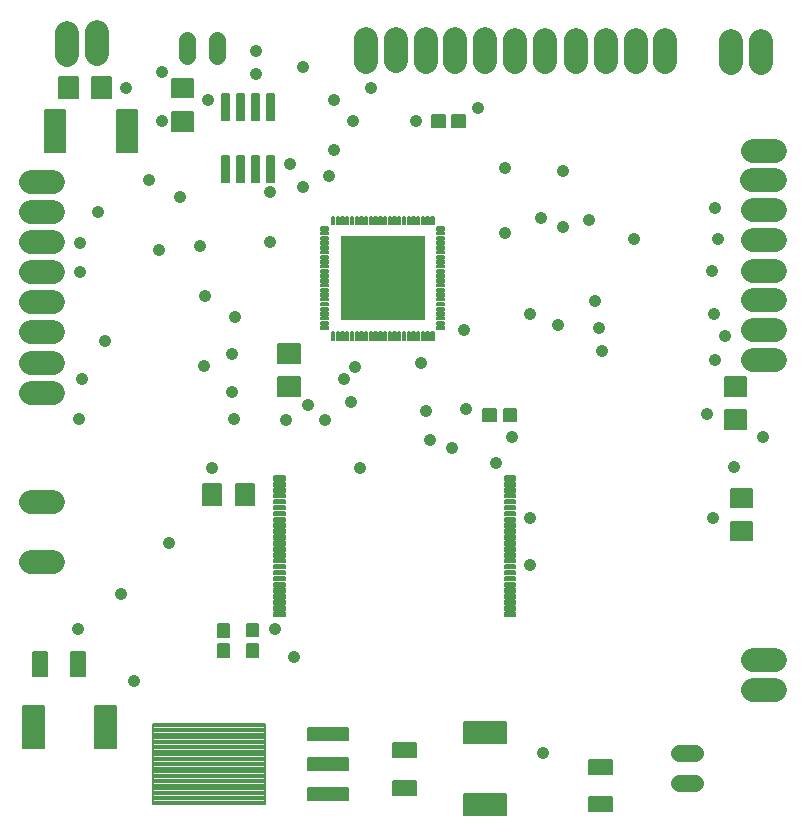
<source format=gts>
G75*
G70*
%OFA0B0*%
%FSLAX24Y24*%
%IPPOS*%
%LPD*%
%AMOC8*
5,1,8,0,0,1.08239X$1,22.5*
%
%ADD10C,0.0059*%
%ADD11R,0.2815X0.2815*%
%ADD12C,0.0062*%
%ADD13C,0.0064*%
%ADD14C,0.0063*%
%ADD15C,0.0061*%
%ADD16C,0.0060*%
%ADD17C,0.0082*%
%ADD18C,0.0577*%
%ADD19C,0.0799*%
%ADD20C,0.0060*%
%ADD21C,0.0413*%
D10*
X011535Y017474D02*
X011615Y017474D01*
X011615Y017238D01*
X011535Y017238D01*
X011535Y017474D01*
X011535Y017296D02*
X011615Y017296D01*
X011615Y017354D02*
X011535Y017354D01*
X011535Y017412D02*
X011615Y017412D01*
X011615Y017470D02*
X011535Y017470D01*
X011692Y017474D02*
X011772Y017474D01*
X011772Y017238D01*
X011692Y017238D01*
X011692Y017474D01*
X011692Y017296D02*
X011772Y017296D01*
X011772Y017354D02*
X011692Y017354D01*
X011692Y017412D02*
X011772Y017412D01*
X011772Y017470D02*
X011692Y017470D01*
X011850Y017474D02*
X011930Y017474D01*
X011930Y017238D01*
X011850Y017238D01*
X011850Y017474D01*
X011850Y017296D02*
X011930Y017296D01*
X011930Y017354D02*
X011850Y017354D01*
X011850Y017412D02*
X011930Y017412D01*
X011930Y017470D02*
X011850Y017470D01*
X012007Y017474D02*
X012087Y017474D01*
X012087Y017238D01*
X012007Y017238D01*
X012007Y017474D01*
X012007Y017296D02*
X012087Y017296D01*
X012087Y017354D02*
X012007Y017354D01*
X012007Y017412D02*
X012087Y017412D01*
X012087Y017470D02*
X012007Y017470D01*
X012165Y017474D02*
X012245Y017474D01*
X012245Y017238D01*
X012165Y017238D01*
X012165Y017474D01*
X012165Y017296D02*
X012245Y017296D01*
X012245Y017354D02*
X012165Y017354D01*
X012165Y017412D02*
X012245Y017412D01*
X012245Y017470D02*
X012165Y017470D01*
X012322Y017474D02*
X012402Y017474D01*
X012402Y017238D01*
X012322Y017238D01*
X012322Y017474D01*
X012322Y017296D02*
X012402Y017296D01*
X012402Y017354D02*
X012322Y017354D01*
X012322Y017412D02*
X012402Y017412D01*
X012402Y017470D02*
X012322Y017470D01*
X012480Y017474D02*
X012560Y017474D01*
X012560Y017238D01*
X012480Y017238D01*
X012480Y017474D01*
X012480Y017296D02*
X012560Y017296D01*
X012560Y017354D02*
X012480Y017354D01*
X012480Y017412D02*
X012560Y017412D01*
X012560Y017470D02*
X012480Y017470D01*
X012637Y017474D02*
X012717Y017474D01*
X012717Y017238D01*
X012637Y017238D01*
X012637Y017474D01*
X012637Y017296D02*
X012717Y017296D01*
X012717Y017354D02*
X012637Y017354D01*
X012637Y017412D02*
X012717Y017412D01*
X012717Y017470D02*
X012637Y017470D01*
X012795Y017474D02*
X012875Y017474D01*
X012875Y017238D01*
X012795Y017238D01*
X012795Y017474D01*
X012795Y017296D02*
X012875Y017296D01*
X012875Y017354D02*
X012795Y017354D01*
X012795Y017412D02*
X012875Y017412D01*
X012875Y017470D02*
X012795Y017470D01*
X012952Y017474D02*
X013032Y017474D01*
X013032Y017238D01*
X012952Y017238D01*
X012952Y017474D01*
X012952Y017296D02*
X013032Y017296D01*
X013032Y017354D02*
X012952Y017354D01*
X012952Y017412D02*
X013032Y017412D01*
X013032Y017470D02*
X012952Y017470D01*
X013110Y017474D02*
X013190Y017474D01*
X013190Y017238D01*
X013110Y017238D01*
X013110Y017474D01*
X013110Y017296D02*
X013190Y017296D01*
X013190Y017354D02*
X013110Y017354D01*
X013110Y017412D02*
X013190Y017412D01*
X013190Y017470D02*
X013110Y017470D01*
X013267Y017474D02*
X013347Y017474D01*
X013347Y017238D01*
X013267Y017238D01*
X013267Y017474D01*
X013267Y017296D02*
X013347Y017296D01*
X013347Y017354D02*
X013267Y017354D01*
X013267Y017412D02*
X013347Y017412D01*
X013347Y017470D02*
X013267Y017470D01*
X013425Y017474D02*
X013505Y017474D01*
X013505Y017238D01*
X013425Y017238D01*
X013425Y017474D01*
X013425Y017296D02*
X013505Y017296D01*
X013505Y017354D02*
X013425Y017354D01*
X013425Y017412D02*
X013505Y017412D01*
X013505Y017470D02*
X013425Y017470D01*
X013582Y017474D02*
X013662Y017474D01*
X013662Y017238D01*
X013582Y017238D01*
X013582Y017474D01*
X013582Y017296D02*
X013662Y017296D01*
X013662Y017354D02*
X013582Y017354D01*
X013582Y017412D02*
X013662Y017412D01*
X013662Y017470D02*
X013582Y017470D01*
X013740Y017474D02*
X013820Y017474D01*
X013820Y017238D01*
X013740Y017238D01*
X013740Y017474D01*
X013740Y017296D02*
X013820Y017296D01*
X013820Y017354D02*
X013740Y017354D01*
X013740Y017412D02*
X013820Y017412D01*
X013820Y017470D02*
X013740Y017470D01*
X013897Y017474D02*
X013977Y017474D01*
X013977Y017238D01*
X013897Y017238D01*
X013897Y017474D01*
X013897Y017296D02*
X013977Y017296D01*
X013977Y017354D02*
X013897Y017354D01*
X013897Y017412D02*
X013977Y017412D01*
X013977Y017470D02*
X013897Y017470D01*
X014055Y017474D02*
X014135Y017474D01*
X014135Y017238D01*
X014055Y017238D01*
X014055Y017474D01*
X014055Y017296D02*
X014135Y017296D01*
X014135Y017354D02*
X014055Y017354D01*
X014055Y017412D02*
X014135Y017412D01*
X014135Y017470D02*
X014055Y017470D01*
X014212Y017474D02*
X014292Y017474D01*
X014292Y017238D01*
X014212Y017238D01*
X014212Y017474D01*
X014212Y017296D02*
X014292Y017296D01*
X014292Y017354D02*
X014212Y017354D01*
X014212Y017412D02*
X014292Y017412D01*
X014292Y017470D02*
X014212Y017470D01*
X014370Y017474D02*
X014450Y017474D01*
X014450Y017238D01*
X014370Y017238D01*
X014370Y017474D01*
X014370Y017296D02*
X014450Y017296D01*
X014450Y017354D02*
X014370Y017354D01*
X014370Y017412D02*
X014450Y017412D01*
X014450Y017470D02*
X014370Y017470D01*
X014527Y017474D02*
X014607Y017474D01*
X014607Y017238D01*
X014527Y017238D01*
X014527Y017474D01*
X014527Y017296D02*
X014607Y017296D01*
X014607Y017354D02*
X014527Y017354D01*
X014527Y017412D02*
X014607Y017412D01*
X014607Y017470D02*
X014527Y017470D01*
X014684Y017474D02*
X014764Y017474D01*
X014764Y017238D01*
X014684Y017238D01*
X014684Y017474D01*
X014684Y017296D02*
X014764Y017296D01*
X014764Y017354D02*
X014684Y017354D01*
X014684Y017412D02*
X014764Y017412D01*
X014764Y017470D02*
X014684Y017470D01*
X014842Y017474D02*
X014922Y017474D01*
X014922Y017238D01*
X014842Y017238D01*
X014842Y017474D01*
X014842Y017296D02*
X014922Y017296D01*
X014922Y017354D02*
X014842Y017354D01*
X014842Y017412D02*
X014922Y017412D01*
X014922Y017470D02*
X014842Y017470D01*
X015043Y017595D02*
X015043Y017675D01*
X015279Y017675D01*
X015279Y017595D01*
X015043Y017595D01*
X015043Y017653D02*
X015279Y017653D01*
X015043Y017753D02*
X015043Y017833D01*
X015279Y017833D01*
X015279Y017753D01*
X015043Y017753D01*
X015043Y017811D02*
X015279Y017811D01*
X015043Y017910D02*
X015043Y017990D01*
X015279Y017990D01*
X015279Y017910D01*
X015043Y017910D01*
X015043Y017968D02*
X015279Y017968D01*
X015043Y018068D02*
X015043Y018148D01*
X015279Y018148D01*
X015279Y018068D01*
X015043Y018068D01*
X015043Y018126D02*
X015279Y018126D01*
X015043Y018225D02*
X015043Y018305D01*
X015279Y018305D01*
X015279Y018225D01*
X015043Y018225D01*
X015043Y018283D02*
X015279Y018283D01*
X015043Y018383D02*
X015043Y018463D01*
X015279Y018463D01*
X015279Y018383D01*
X015043Y018383D01*
X015043Y018441D02*
X015279Y018441D01*
X015043Y018540D02*
X015043Y018620D01*
X015279Y018620D01*
X015279Y018540D01*
X015043Y018540D01*
X015043Y018598D02*
X015279Y018598D01*
X015043Y018698D02*
X015043Y018778D01*
X015279Y018778D01*
X015279Y018698D01*
X015043Y018698D01*
X015043Y018756D02*
X015279Y018756D01*
X015043Y018855D02*
X015043Y018935D01*
X015279Y018935D01*
X015279Y018855D01*
X015043Y018855D01*
X015043Y018913D02*
X015279Y018913D01*
X015043Y019013D02*
X015043Y019093D01*
X015279Y019093D01*
X015279Y019013D01*
X015043Y019013D01*
X015043Y019071D02*
X015279Y019071D01*
X015043Y019170D02*
X015043Y019250D01*
X015279Y019250D01*
X015279Y019170D01*
X015043Y019170D01*
X015043Y019228D02*
X015279Y019228D01*
X015043Y019328D02*
X015043Y019408D01*
X015279Y019408D01*
X015279Y019328D01*
X015043Y019328D01*
X015043Y019386D02*
X015279Y019386D01*
X015043Y019485D02*
X015043Y019565D01*
X015279Y019565D01*
X015279Y019485D01*
X015043Y019485D01*
X015043Y019543D02*
X015279Y019543D01*
X015043Y019643D02*
X015043Y019723D01*
X015279Y019723D01*
X015279Y019643D01*
X015043Y019643D01*
X015043Y019701D02*
X015279Y019701D01*
X015043Y019800D02*
X015043Y019880D01*
X015279Y019880D01*
X015279Y019800D01*
X015043Y019800D01*
X015043Y019858D02*
X015279Y019858D01*
X015043Y019957D02*
X015043Y020037D01*
X015279Y020037D01*
X015279Y019957D01*
X015043Y019957D01*
X015043Y020015D02*
X015279Y020015D01*
X015043Y020115D02*
X015043Y020195D01*
X015279Y020195D01*
X015279Y020115D01*
X015043Y020115D01*
X015043Y020173D02*
X015279Y020173D01*
X015043Y020272D02*
X015043Y020352D01*
X015279Y020352D01*
X015279Y020272D01*
X015043Y020272D01*
X015043Y020330D02*
X015279Y020330D01*
X015043Y020430D02*
X015043Y020510D01*
X015279Y020510D01*
X015279Y020430D01*
X015043Y020430D01*
X015043Y020488D02*
X015279Y020488D01*
X015043Y020587D02*
X015043Y020667D01*
X015279Y020667D01*
X015279Y020587D01*
X015043Y020587D01*
X015043Y020645D02*
X015279Y020645D01*
X015043Y020745D02*
X015043Y020825D01*
X015279Y020825D01*
X015279Y020745D01*
X015043Y020745D01*
X015043Y020803D02*
X015279Y020803D01*
X015043Y020902D02*
X015043Y020982D01*
X015279Y020982D01*
X015279Y020902D01*
X015043Y020902D01*
X015043Y020960D02*
X015279Y020960D01*
X014922Y021332D02*
X014842Y021332D01*
X014922Y021332D02*
X014922Y021096D01*
X014842Y021096D01*
X014842Y021332D01*
X014842Y021154D02*
X014922Y021154D01*
X014922Y021212D02*
X014842Y021212D01*
X014842Y021270D02*
X014922Y021270D01*
X014922Y021328D02*
X014842Y021328D01*
X014764Y021332D02*
X014684Y021332D01*
X014764Y021332D02*
X014764Y021096D01*
X014684Y021096D01*
X014684Y021332D01*
X014684Y021154D02*
X014764Y021154D01*
X014764Y021212D02*
X014684Y021212D01*
X014684Y021270D02*
X014764Y021270D01*
X014764Y021328D02*
X014684Y021328D01*
X014607Y021332D02*
X014527Y021332D01*
X014607Y021332D02*
X014607Y021096D01*
X014527Y021096D01*
X014527Y021332D01*
X014527Y021154D02*
X014607Y021154D01*
X014607Y021212D02*
X014527Y021212D01*
X014527Y021270D02*
X014607Y021270D01*
X014607Y021328D02*
X014527Y021328D01*
X014450Y021332D02*
X014370Y021332D01*
X014450Y021332D02*
X014450Y021096D01*
X014370Y021096D01*
X014370Y021332D01*
X014370Y021154D02*
X014450Y021154D01*
X014450Y021212D02*
X014370Y021212D01*
X014370Y021270D02*
X014450Y021270D01*
X014450Y021328D02*
X014370Y021328D01*
X014292Y021332D02*
X014212Y021332D01*
X014292Y021332D02*
X014292Y021096D01*
X014212Y021096D01*
X014212Y021332D01*
X014212Y021154D02*
X014292Y021154D01*
X014292Y021212D02*
X014212Y021212D01*
X014212Y021270D02*
X014292Y021270D01*
X014292Y021328D02*
X014212Y021328D01*
X014135Y021332D02*
X014055Y021332D01*
X014135Y021332D02*
X014135Y021096D01*
X014055Y021096D01*
X014055Y021332D01*
X014055Y021154D02*
X014135Y021154D01*
X014135Y021212D02*
X014055Y021212D01*
X014055Y021270D02*
X014135Y021270D01*
X014135Y021328D02*
X014055Y021328D01*
X013977Y021332D02*
X013897Y021332D01*
X013977Y021332D02*
X013977Y021096D01*
X013897Y021096D01*
X013897Y021332D01*
X013897Y021154D02*
X013977Y021154D01*
X013977Y021212D02*
X013897Y021212D01*
X013897Y021270D02*
X013977Y021270D01*
X013977Y021328D02*
X013897Y021328D01*
X013820Y021332D02*
X013740Y021332D01*
X013820Y021332D02*
X013820Y021096D01*
X013740Y021096D01*
X013740Y021332D01*
X013740Y021154D02*
X013820Y021154D01*
X013820Y021212D02*
X013740Y021212D01*
X013740Y021270D02*
X013820Y021270D01*
X013820Y021328D02*
X013740Y021328D01*
X013662Y021332D02*
X013582Y021332D01*
X013662Y021332D02*
X013662Y021096D01*
X013582Y021096D01*
X013582Y021332D01*
X013582Y021154D02*
X013662Y021154D01*
X013662Y021212D02*
X013582Y021212D01*
X013582Y021270D02*
X013662Y021270D01*
X013662Y021328D02*
X013582Y021328D01*
X013505Y021332D02*
X013425Y021332D01*
X013505Y021332D02*
X013505Y021096D01*
X013425Y021096D01*
X013425Y021332D01*
X013425Y021154D02*
X013505Y021154D01*
X013505Y021212D02*
X013425Y021212D01*
X013425Y021270D02*
X013505Y021270D01*
X013505Y021328D02*
X013425Y021328D01*
X013347Y021332D02*
X013267Y021332D01*
X013347Y021332D02*
X013347Y021096D01*
X013267Y021096D01*
X013267Y021332D01*
X013267Y021154D02*
X013347Y021154D01*
X013347Y021212D02*
X013267Y021212D01*
X013267Y021270D02*
X013347Y021270D01*
X013347Y021328D02*
X013267Y021328D01*
X013190Y021332D02*
X013110Y021332D01*
X013190Y021332D02*
X013190Y021096D01*
X013110Y021096D01*
X013110Y021332D01*
X013110Y021154D02*
X013190Y021154D01*
X013190Y021212D02*
X013110Y021212D01*
X013110Y021270D02*
X013190Y021270D01*
X013190Y021328D02*
X013110Y021328D01*
X013032Y021332D02*
X012952Y021332D01*
X013032Y021332D02*
X013032Y021096D01*
X012952Y021096D01*
X012952Y021332D01*
X012952Y021154D02*
X013032Y021154D01*
X013032Y021212D02*
X012952Y021212D01*
X012952Y021270D02*
X013032Y021270D01*
X013032Y021328D02*
X012952Y021328D01*
X012875Y021332D02*
X012795Y021332D01*
X012875Y021332D02*
X012875Y021096D01*
X012795Y021096D01*
X012795Y021332D01*
X012795Y021154D02*
X012875Y021154D01*
X012875Y021212D02*
X012795Y021212D01*
X012795Y021270D02*
X012875Y021270D01*
X012875Y021328D02*
X012795Y021328D01*
X012717Y021332D02*
X012637Y021332D01*
X012717Y021332D02*
X012717Y021096D01*
X012637Y021096D01*
X012637Y021332D01*
X012637Y021154D02*
X012717Y021154D01*
X012717Y021212D02*
X012637Y021212D01*
X012637Y021270D02*
X012717Y021270D01*
X012717Y021328D02*
X012637Y021328D01*
X012560Y021332D02*
X012480Y021332D01*
X012560Y021332D02*
X012560Y021096D01*
X012480Y021096D01*
X012480Y021332D01*
X012480Y021154D02*
X012560Y021154D01*
X012560Y021212D02*
X012480Y021212D01*
X012480Y021270D02*
X012560Y021270D01*
X012560Y021328D02*
X012480Y021328D01*
X012402Y021332D02*
X012322Y021332D01*
X012402Y021332D02*
X012402Y021096D01*
X012322Y021096D01*
X012322Y021332D01*
X012322Y021154D02*
X012402Y021154D01*
X012402Y021212D02*
X012322Y021212D01*
X012322Y021270D02*
X012402Y021270D01*
X012402Y021328D02*
X012322Y021328D01*
X012245Y021332D02*
X012165Y021332D01*
X012245Y021332D02*
X012245Y021096D01*
X012165Y021096D01*
X012165Y021332D01*
X012165Y021154D02*
X012245Y021154D01*
X012245Y021212D02*
X012165Y021212D01*
X012165Y021270D02*
X012245Y021270D01*
X012245Y021328D02*
X012165Y021328D01*
X012087Y021332D02*
X012007Y021332D01*
X012087Y021332D02*
X012087Y021096D01*
X012007Y021096D01*
X012007Y021332D01*
X012007Y021154D02*
X012087Y021154D01*
X012087Y021212D02*
X012007Y021212D01*
X012007Y021270D02*
X012087Y021270D01*
X012087Y021328D02*
X012007Y021328D01*
X011930Y021332D02*
X011850Y021332D01*
X011930Y021332D02*
X011930Y021096D01*
X011850Y021096D01*
X011850Y021332D01*
X011850Y021154D02*
X011930Y021154D01*
X011930Y021212D02*
X011850Y021212D01*
X011850Y021270D02*
X011930Y021270D01*
X011930Y021328D02*
X011850Y021328D01*
X011772Y021332D02*
X011692Y021332D01*
X011772Y021332D02*
X011772Y021096D01*
X011692Y021096D01*
X011692Y021332D01*
X011692Y021154D02*
X011772Y021154D01*
X011772Y021212D02*
X011692Y021212D01*
X011692Y021270D02*
X011772Y021270D01*
X011772Y021328D02*
X011692Y021328D01*
X011615Y021332D02*
X011535Y021332D01*
X011615Y021332D02*
X011615Y021096D01*
X011535Y021096D01*
X011535Y021332D01*
X011535Y021154D02*
X011615Y021154D01*
X011615Y021212D02*
X011535Y021212D01*
X011535Y021270D02*
X011615Y021270D01*
X011615Y021328D02*
X011535Y021328D01*
X011413Y020982D02*
X011413Y020902D01*
X011177Y020902D01*
X011177Y020982D01*
X011413Y020982D01*
X011413Y020960D02*
X011177Y020960D01*
X011413Y020825D02*
X011413Y020745D01*
X011177Y020745D01*
X011177Y020825D01*
X011413Y020825D01*
X011413Y020803D02*
X011177Y020803D01*
X011413Y020667D02*
X011413Y020587D01*
X011177Y020587D01*
X011177Y020667D01*
X011413Y020667D01*
X011413Y020645D02*
X011177Y020645D01*
X011413Y020510D02*
X011413Y020430D01*
X011177Y020430D01*
X011177Y020510D01*
X011413Y020510D01*
X011413Y020488D02*
X011177Y020488D01*
X011413Y020352D02*
X011413Y020272D01*
X011177Y020272D01*
X011177Y020352D01*
X011413Y020352D01*
X011413Y020330D02*
X011177Y020330D01*
X011413Y020195D02*
X011413Y020115D01*
X011177Y020115D01*
X011177Y020195D01*
X011413Y020195D01*
X011413Y020173D02*
X011177Y020173D01*
X011413Y020037D02*
X011413Y019957D01*
X011177Y019957D01*
X011177Y020037D01*
X011413Y020037D01*
X011413Y020015D02*
X011177Y020015D01*
X011413Y019880D02*
X011413Y019800D01*
X011177Y019800D01*
X011177Y019880D01*
X011413Y019880D01*
X011413Y019858D02*
X011177Y019858D01*
X011413Y019723D02*
X011413Y019643D01*
X011177Y019643D01*
X011177Y019723D01*
X011413Y019723D01*
X011413Y019701D02*
X011177Y019701D01*
X011413Y019565D02*
X011413Y019485D01*
X011177Y019485D01*
X011177Y019565D01*
X011413Y019565D01*
X011413Y019543D02*
X011177Y019543D01*
X011413Y019408D02*
X011413Y019328D01*
X011177Y019328D01*
X011177Y019408D01*
X011413Y019408D01*
X011413Y019386D02*
X011177Y019386D01*
X011413Y019250D02*
X011413Y019170D01*
X011177Y019170D01*
X011177Y019250D01*
X011413Y019250D01*
X011413Y019228D02*
X011177Y019228D01*
X011413Y019093D02*
X011413Y019013D01*
X011177Y019013D01*
X011177Y019093D01*
X011413Y019093D01*
X011413Y019071D02*
X011177Y019071D01*
X011413Y018935D02*
X011413Y018855D01*
X011177Y018855D01*
X011177Y018935D01*
X011413Y018935D01*
X011413Y018913D02*
X011177Y018913D01*
X011413Y018778D02*
X011413Y018698D01*
X011177Y018698D01*
X011177Y018778D01*
X011413Y018778D01*
X011413Y018756D02*
X011177Y018756D01*
X011413Y018620D02*
X011413Y018540D01*
X011177Y018540D01*
X011177Y018620D01*
X011413Y018620D01*
X011413Y018598D02*
X011177Y018598D01*
X011413Y018463D02*
X011413Y018383D01*
X011177Y018383D01*
X011177Y018463D01*
X011413Y018463D01*
X011413Y018441D02*
X011177Y018441D01*
X011413Y018305D02*
X011413Y018225D01*
X011177Y018225D01*
X011177Y018305D01*
X011413Y018305D01*
X011413Y018283D02*
X011177Y018283D01*
X011413Y018148D02*
X011413Y018068D01*
X011177Y018068D01*
X011177Y018148D01*
X011413Y018148D01*
X011413Y018126D02*
X011177Y018126D01*
X011413Y017990D02*
X011413Y017910D01*
X011177Y017910D01*
X011177Y017990D01*
X011413Y017990D01*
X011413Y017968D02*
X011177Y017968D01*
X011413Y017833D02*
X011413Y017753D01*
X011177Y017753D01*
X011177Y017833D01*
X011413Y017833D01*
X011413Y017811D02*
X011177Y017811D01*
X011413Y017675D02*
X011413Y017595D01*
X011177Y017595D01*
X011177Y017675D01*
X011413Y017675D01*
X011413Y017653D02*
X011177Y017653D01*
D11*
X013228Y019289D03*
D12*
X010457Y017082D02*
X010457Y016456D01*
X009751Y016456D01*
X009751Y017082D01*
X010457Y017082D01*
X010457Y016517D02*
X009751Y016517D01*
X009751Y016578D02*
X010457Y016578D01*
X010457Y016639D02*
X009751Y016639D01*
X009751Y016700D02*
X010457Y016700D01*
X010457Y016761D02*
X009751Y016761D01*
X009751Y016822D02*
X010457Y016822D01*
X010457Y016883D02*
X009751Y016883D01*
X009751Y016944D02*
X010457Y016944D01*
X010457Y017005D02*
X009751Y017005D01*
X009751Y017066D02*
X010457Y017066D01*
X010457Y015980D02*
X010457Y015354D01*
X009751Y015354D01*
X009751Y015980D01*
X010457Y015980D01*
X010457Y015415D02*
X009751Y015415D01*
X009751Y015476D02*
X010457Y015476D01*
X010457Y015537D02*
X009751Y015537D01*
X009751Y015598D02*
X010457Y015598D01*
X010457Y015659D02*
X009751Y015659D01*
X009751Y015720D02*
X010457Y015720D01*
X010457Y015781D02*
X009751Y015781D01*
X009751Y015842D02*
X010457Y015842D01*
X010457Y015903D02*
X009751Y015903D01*
X009751Y015964D02*
X010457Y015964D01*
X008949Y012433D02*
X008323Y012433D01*
X008949Y012433D02*
X008949Y011727D01*
X008323Y011727D01*
X008323Y012433D01*
X008323Y011788D02*
X008949Y011788D01*
X008949Y011849D02*
X008323Y011849D01*
X008323Y011910D02*
X008949Y011910D01*
X008949Y011971D02*
X008323Y011971D01*
X008323Y012032D02*
X008949Y012032D01*
X008949Y012093D02*
X008323Y012093D01*
X008323Y012154D02*
X008949Y012154D01*
X008949Y012215D02*
X008323Y012215D01*
X008323Y012276D02*
X008949Y012276D01*
X008949Y012337D02*
X008323Y012337D01*
X008323Y012398D02*
X008949Y012398D01*
X007847Y012433D02*
X007221Y012433D01*
X007847Y012433D02*
X007847Y011727D01*
X007221Y011727D01*
X007221Y012433D01*
X007221Y011788D02*
X007847Y011788D01*
X007847Y011849D02*
X007221Y011849D01*
X007221Y011910D02*
X007847Y011910D01*
X007847Y011971D02*
X007221Y011971D01*
X007221Y012032D02*
X007847Y012032D01*
X007847Y012093D02*
X007221Y012093D01*
X007221Y012154D02*
X007847Y012154D01*
X007847Y012215D02*
X007221Y012215D01*
X007221Y012276D02*
X007847Y012276D01*
X007847Y012337D02*
X007221Y012337D01*
X007221Y012398D02*
X007847Y012398D01*
X006212Y024204D02*
X006212Y024830D01*
X006918Y024830D01*
X006918Y024204D01*
X006212Y024204D01*
X006212Y024265D02*
X006918Y024265D01*
X006918Y024326D02*
X006212Y024326D01*
X006212Y024387D02*
X006918Y024387D01*
X006918Y024448D02*
X006212Y024448D01*
X006212Y024509D02*
X006918Y024509D01*
X006918Y024570D02*
X006212Y024570D01*
X006212Y024631D02*
X006918Y024631D01*
X006918Y024692D02*
X006212Y024692D01*
X006212Y024753D02*
X006918Y024753D01*
X006918Y024814D02*
X006212Y024814D01*
X006212Y025307D02*
X006212Y025933D01*
X006918Y025933D01*
X006918Y025307D01*
X006212Y025307D01*
X006212Y025368D02*
X006918Y025368D01*
X006918Y025429D02*
X006212Y025429D01*
X006212Y025490D02*
X006918Y025490D01*
X006918Y025551D02*
X006212Y025551D01*
X006212Y025612D02*
X006918Y025612D01*
X006918Y025673D02*
X006212Y025673D01*
X006212Y025734D02*
X006918Y025734D01*
X006918Y025795D02*
X006212Y025795D01*
X006212Y025856D02*
X006918Y025856D01*
X006918Y025917D02*
X006212Y025917D01*
X004169Y025992D02*
X003543Y025992D01*
X004169Y025992D02*
X004169Y025286D01*
X003543Y025286D01*
X003543Y025992D01*
X003543Y025347D02*
X004169Y025347D01*
X004169Y025408D02*
X003543Y025408D01*
X003543Y025469D02*
X004169Y025469D01*
X004169Y025530D02*
X003543Y025530D01*
X003543Y025591D02*
X004169Y025591D01*
X004169Y025652D02*
X003543Y025652D01*
X003543Y025713D02*
X004169Y025713D01*
X004169Y025774D02*
X003543Y025774D01*
X003543Y025835D02*
X004169Y025835D01*
X004169Y025896D02*
X003543Y025896D01*
X003543Y025957D02*
X004169Y025957D01*
X003067Y025992D02*
X002441Y025992D01*
X003067Y025992D02*
X003067Y025286D01*
X002441Y025286D01*
X002441Y025992D01*
X002441Y025347D02*
X003067Y025347D01*
X003067Y025408D02*
X002441Y025408D01*
X002441Y025469D02*
X003067Y025469D01*
X003067Y025530D02*
X002441Y025530D01*
X002441Y025591D02*
X003067Y025591D01*
X003067Y025652D02*
X002441Y025652D01*
X002441Y025713D02*
X003067Y025713D01*
X003067Y025774D02*
X002441Y025774D01*
X002441Y025835D02*
X003067Y025835D01*
X003067Y025896D02*
X002441Y025896D01*
X002441Y025957D02*
X003067Y025957D01*
X025345Y015978D02*
X025345Y015352D01*
X024639Y015352D01*
X024639Y015978D01*
X025345Y015978D01*
X025345Y015413D02*
X024639Y015413D01*
X024639Y015474D02*
X025345Y015474D01*
X025345Y015535D02*
X024639Y015535D01*
X024639Y015596D02*
X025345Y015596D01*
X025345Y015657D02*
X024639Y015657D01*
X024639Y015718D02*
X025345Y015718D01*
X025345Y015779D02*
X024639Y015779D01*
X024639Y015840D02*
X025345Y015840D01*
X025345Y015901D02*
X024639Y015901D01*
X024639Y015962D02*
X025345Y015962D01*
X025345Y014875D02*
X025345Y014249D01*
X024639Y014249D01*
X024639Y014875D01*
X025345Y014875D01*
X025345Y014310D02*
X024639Y014310D01*
X024639Y014371D02*
X025345Y014371D01*
X025345Y014432D02*
X024639Y014432D01*
X024639Y014493D02*
X025345Y014493D01*
X025345Y014554D02*
X024639Y014554D01*
X024639Y014615D02*
X025345Y014615D01*
X025345Y014676D02*
X024639Y014676D01*
X024639Y014737D02*
X025345Y014737D01*
X025345Y014798D02*
X024639Y014798D01*
X024639Y014859D02*
X025345Y014859D01*
X025538Y012271D02*
X025538Y011645D01*
X024832Y011645D01*
X024832Y012271D01*
X025538Y012271D01*
X025538Y011706D02*
X024832Y011706D01*
X024832Y011767D02*
X025538Y011767D01*
X025538Y011828D02*
X024832Y011828D01*
X024832Y011889D02*
X025538Y011889D01*
X025538Y011950D02*
X024832Y011950D01*
X024832Y012011D02*
X025538Y012011D01*
X025538Y012072D02*
X024832Y012072D01*
X024832Y012133D02*
X025538Y012133D01*
X025538Y012194D02*
X024832Y012194D01*
X024832Y012255D02*
X025538Y012255D01*
X025538Y011169D02*
X025538Y010543D01*
X024832Y010543D01*
X024832Y011169D01*
X025538Y011169D01*
X025538Y010604D02*
X024832Y010604D01*
X024832Y010665D02*
X025538Y010665D01*
X025538Y010726D02*
X024832Y010726D01*
X024832Y010787D02*
X025538Y010787D01*
X025538Y010848D02*
X024832Y010848D01*
X024832Y010909D02*
X025538Y010909D01*
X025538Y010970D02*
X024832Y010970D01*
X024832Y011031D02*
X025538Y011031D01*
X025538Y011092D02*
X024832Y011092D01*
X024832Y011153D02*
X025538Y011153D01*
D13*
X020089Y003236D02*
X020089Y002770D01*
X020089Y003236D02*
X020871Y003236D01*
X020871Y002770D01*
X020089Y002770D01*
X020089Y002833D02*
X020871Y002833D01*
X020871Y002896D02*
X020089Y002896D01*
X020089Y002959D02*
X020871Y002959D01*
X020871Y003022D02*
X020089Y003022D01*
X020089Y003085D02*
X020871Y003085D01*
X020871Y003148D02*
X020089Y003148D01*
X020089Y003211D02*
X020871Y003211D01*
X020089Y001977D02*
X020089Y001511D01*
X020089Y001977D02*
X020871Y001977D01*
X020871Y001511D01*
X020089Y001511D01*
X020089Y001574D02*
X020871Y001574D01*
X020871Y001637D02*
X020089Y001637D01*
X020089Y001700D02*
X020871Y001700D01*
X020871Y001763D02*
X020089Y001763D01*
X020089Y001826D02*
X020871Y001826D01*
X020871Y001889D02*
X020089Y001889D01*
X020089Y001952D02*
X020871Y001952D01*
X013564Y002058D02*
X013564Y002524D01*
X014346Y002524D01*
X014346Y002058D01*
X013564Y002058D01*
X013564Y002121D02*
X014346Y002121D01*
X014346Y002184D02*
X013564Y002184D01*
X013564Y002247D02*
X014346Y002247D01*
X014346Y002310D02*
X013564Y002310D01*
X013564Y002373D02*
X014346Y002373D01*
X014346Y002436D02*
X013564Y002436D01*
X013564Y002499D02*
X014346Y002499D01*
X013564Y003318D02*
X013564Y003784D01*
X014346Y003784D01*
X014346Y003318D01*
X013564Y003318D01*
X013564Y003381D02*
X014346Y003381D01*
X014346Y003444D02*
X013564Y003444D01*
X013564Y003507D02*
X014346Y003507D01*
X014346Y003570D02*
X013564Y003570D01*
X013564Y003633D02*
X014346Y003633D01*
X014346Y003696D02*
X013564Y003696D01*
X013564Y003759D02*
X014346Y003759D01*
X003288Y006028D02*
X002822Y006028D01*
X002822Y006810D01*
X003288Y006810D01*
X003288Y006028D01*
X003288Y006091D02*
X002822Y006091D01*
X002822Y006154D02*
X003288Y006154D01*
X003288Y006217D02*
X002822Y006217D01*
X002822Y006280D02*
X003288Y006280D01*
X003288Y006343D02*
X002822Y006343D01*
X002822Y006406D02*
X003288Y006406D01*
X003288Y006469D02*
X002822Y006469D01*
X002822Y006532D02*
X003288Y006532D01*
X003288Y006595D02*
X002822Y006595D01*
X002822Y006658D02*
X003288Y006658D01*
X003288Y006721D02*
X002822Y006721D01*
X002822Y006784D02*
X003288Y006784D01*
X002028Y006028D02*
X001562Y006028D01*
X001562Y006810D01*
X002028Y006810D01*
X002028Y006028D01*
X002028Y006091D02*
X001562Y006091D01*
X001562Y006154D02*
X002028Y006154D01*
X002028Y006217D02*
X001562Y006217D01*
X001562Y006280D02*
X002028Y006280D01*
X002028Y006343D02*
X001562Y006343D01*
X001562Y006406D02*
X002028Y006406D01*
X002028Y006469D02*
X001562Y006469D01*
X001562Y006532D02*
X002028Y006532D01*
X002028Y006595D02*
X001562Y006595D01*
X001562Y006658D02*
X002028Y006658D01*
X002028Y006721D02*
X001562Y006721D01*
X001562Y006784D02*
X002028Y006784D01*
D14*
X008118Y006651D02*
X008118Y007081D01*
X008118Y006651D02*
X007728Y006651D01*
X007728Y007081D01*
X008118Y007081D01*
X008118Y006713D02*
X007728Y006713D01*
X007728Y006775D02*
X008118Y006775D01*
X008118Y006837D02*
X007728Y006837D01*
X007728Y006899D02*
X008118Y006899D01*
X008118Y006961D02*
X007728Y006961D01*
X007728Y007023D02*
X008118Y007023D01*
X008118Y007320D02*
X008118Y007750D01*
X008118Y007320D02*
X007728Y007320D01*
X007728Y007750D01*
X008118Y007750D01*
X008118Y007382D02*
X007728Y007382D01*
X007728Y007444D02*
X008118Y007444D01*
X008118Y007506D02*
X007728Y007506D01*
X007728Y007568D02*
X008118Y007568D01*
X008118Y007630D02*
X007728Y007630D01*
X007728Y007692D02*
X008118Y007692D01*
X009083Y007770D02*
X009083Y007340D01*
X008693Y007340D01*
X008693Y007770D01*
X009083Y007770D01*
X009083Y007402D02*
X008693Y007402D01*
X008693Y007464D02*
X009083Y007464D01*
X009083Y007526D02*
X008693Y007526D01*
X008693Y007588D02*
X009083Y007588D01*
X009083Y007650D02*
X008693Y007650D01*
X008693Y007712D02*
X009083Y007712D01*
X009083Y007100D02*
X009083Y006670D01*
X008693Y006670D01*
X008693Y007100D01*
X009083Y007100D01*
X009083Y006732D02*
X008693Y006732D01*
X008693Y006794D02*
X009083Y006794D01*
X009083Y006856D02*
X008693Y006856D01*
X008693Y006918D02*
X009083Y006918D01*
X009083Y006980D02*
X008693Y006980D01*
X008693Y007042D02*
X009083Y007042D01*
X012083Y004279D02*
X012083Y003889D01*
X010747Y003889D01*
X010747Y004279D01*
X012083Y004279D01*
X012083Y003951D02*
X010747Y003951D01*
X010747Y004013D02*
X012083Y004013D01*
X012083Y004075D02*
X010747Y004075D01*
X010747Y004137D02*
X012083Y004137D01*
X012083Y004199D02*
X010747Y004199D01*
X010747Y004261D02*
X012083Y004261D01*
X012083Y003279D02*
X012083Y002889D01*
X010747Y002889D01*
X010747Y003279D01*
X012083Y003279D01*
X012083Y002951D02*
X010747Y002951D01*
X010747Y003013D02*
X012083Y003013D01*
X012083Y003075D02*
X010747Y003075D01*
X010747Y003137D02*
X012083Y003137D01*
X012083Y003199D02*
X010747Y003199D01*
X010747Y003261D02*
X012083Y003261D01*
X012083Y002279D02*
X012083Y001889D01*
X010747Y001889D01*
X010747Y002279D01*
X012083Y002279D01*
X012083Y001951D02*
X010747Y001951D01*
X010747Y002013D02*
X012083Y002013D01*
X012083Y002075D02*
X010747Y002075D01*
X010747Y002137D02*
X012083Y002137D01*
X012083Y002199D02*
X010747Y002199D01*
X010747Y002261D02*
X012083Y002261D01*
X016584Y014519D02*
X017014Y014519D01*
X016584Y014519D02*
X016584Y014909D01*
X017014Y014909D01*
X017014Y014519D01*
X017014Y014581D02*
X016584Y014581D01*
X016584Y014643D02*
X017014Y014643D01*
X017014Y014705D02*
X016584Y014705D01*
X016584Y014767D02*
X017014Y014767D01*
X017014Y014829D02*
X016584Y014829D01*
X016584Y014891D02*
X017014Y014891D01*
X017254Y014519D02*
X017684Y014519D01*
X017254Y014519D02*
X017254Y014909D01*
X017684Y014909D01*
X017684Y014519D01*
X017684Y014581D02*
X017254Y014581D01*
X017254Y014643D02*
X017684Y014643D01*
X017684Y014705D02*
X017254Y014705D01*
X017254Y014767D02*
X017684Y014767D01*
X017684Y014829D02*
X017254Y014829D01*
X017254Y014891D02*
X017684Y014891D01*
X015977Y024338D02*
X015547Y024338D01*
X015547Y024728D01*
X015977Y024728D01*
X015977Y024338D01*
X015977Y024400D02*
X015547Y024400D01*
X015547Y024462D02*
X015977Y024462D01*
X015977Y024524D02*
X015547Y024524D01*
X015547Y024586D02*
X015977Y024586D01*
X015977Y024648D02*
X015547Y024648D01*
X015547Y024710D02*
X015977Y024710D01*
X015308Y024338D02*
X014878Y024338D01*
X014878Y024728D01*
X015308Y024728D01*
X015308Y024338D01*
X015308Y024400D02*
X014878Y024400D01*
X014878Y024462D02*
X015308Y024462D01*
X015308Y024524D02*
X014878Y024524D01*
X014878Y024586D02*
X015308Y024586D01*
X015308Y024648D02*
X014878Y024648D01*
X014878Y024710D02*
X015308Y024710D01*
D15*
X001923Y005008D02*
X001923Y003610D01*
X001225Y003610D01*
X001225Y005008D01*
X001923Y005008D01*
X001923Y003670D02*
X001225Y003670D01*
X001225Y003730D02*
X001923Y003730D01*
X001923Y003790D02*
X001225Y003790D01*
X001225Y003850D02*
X001923Y003850D01*
X001923Y003910D02*
X001225Y003910D01*
X001225Y003970D02*
X001923Y003970D01*
X001923Y004030D02*
X001225Y004030D01*
X001225Y004090D02*
X001923Y004090D01*
X001923Y004150D02*
X001225Y004150D01*
X001225Y004210D02*
X001923Y004210D01*
X001923Y004270D02*
X001225Y004270D01*
X001225Y004330D02*
X001923Y004330D01*
X001923Y004390D02*
X001225Y004390D01*
X001225Y004450D02*
X001923Y004450D01*
X001923Y004510D02*
X001225Y004510D01*
X001225Y004570D02*
X001923Y004570D01*
X001923Y004630D02*
X001225Y004630D01*
X001225Y004690D02*
X001923Y004690D01*
X001923Y004750D02*
X001225Y004750D01*
X001225Y004810D02*
X001923Y004810D01*
X001923Y004870D02*
X001225Y004870D01*
X001225Y004930D02*
X001923Y004930D01*
X001923Y004990D02*
X001225Y004990D01*
X004323Y005008D02*
X004323Y003610D01*
X003625Y003610D01*
X003625Y005008D01*
X004323Y005008D01*
X004323Y003670D02*
X003625Y003670D01*
X003625Y003730D02*
X004323Y003730D01*
X004323Y003790D02*
X003625Y003790D01*
X003625Y003850D02*
X004323Y003850D01*
X004323Y003910D02*
X003625Y003910D01*
X003625Y003970D02*
X004323Y003970D01*
X004323Y004030D02*
X003625Y004030D01*
X003625Y004090D02*
X004323Y004090D01*
X004323Y004150D02*
X003625Y004150D01*
X003625Y004210D02*
X004323Y004210D01*
X004323Y004270D02*
X003625Y004270D01*
X003625Y004330D02*
X004323Y004330D01*
X004323Y004390D02*
X003625Y004390D01*
X003625Y004450D02*
X004323Y004450D01*
X004323Y004510D02*
X003625Y004510D01*
X003625Y004570D02*
X004323Y004570D01*
X004323Y004630D02*
X003625Y004630D01*
X003625Y004690D02*
X004323Y004690D01*
X004323Y004750D02*
X003625Y004750D01*
X003625Y004810D02*
X004323Y004810D01*
X004323Y004870D02*
X003625Y004870D01*
X003625Y004930D02*
X004323Y004930D01*
X004323Y004990D02*
X003625Y004990D01*
X015925Y003784D02*
X017323Y003784D01*
X015925Y003784D02*
X015925Y004482D01*
X017323Y004482D01*
X017323Y003784D01*
X017323Y003844D02*
X015925Y003844D01*
X015925Y003904D02*
X017323Y003904D01*
X017323Y003964D02*
X015925Y003964D01*
X015925Y004024D02*
X017323Y004024D01*
X017323Y004084D02*
X015925Y004084D01*
X015925Y004144D02*
X017323Y004144D01*
X017323Y004204D02*
X015925Y004204D01*
X015925Y004264D02*
X017323Y004264D01*
X017323Y004324D02*
X015925Y004324D01*
X015925Y004384D02*
X017323Y004384D01*
X017323Y004444D02*
X015925Y004444D01*
X015925Y001384D02*
X017323Y001384D01*
X015925Y001384D02*
X015925Y002082D01*
X017323Y002082D01*
X017323Y001384D01*
X017323Y001444D02*
X015925Y001444D01*
X015925Y001504D02*
X017323Y001504D01*
X017323Y001564D02*
X015925Y001564D01*
X015925Y001624D02*
X017323Y001624D01*
X017323Y001684D02*
X015925Y001684D01*
X015925Y001744D02*
X017323Y001744D01*
X017323Y001804D02*
X015925Y001804D01*
X015925Y001864D02*
X017323Y001864D01*
X017323Y001924D02*
X015925Y001924D01*
X015925Y001984D02*
X017323Y001984D01*
X017323Y002044D02*
X015925Y002044D01*
X005053Y023491D02*
X005053Y024889D01*
X005053Y023491D02*
X004355Y023491D01*
X004355Y024889D01*
X005053Y024889D01*
X005053Y023551D02*
X004355Y023551D01*
X004355Y023611D02*
X005053Y023611D01*
X005053Y023671D02*
X004355Y023671D01*
X004355Y023731D02*
X005053Y023731D01*
X005053Y023791D02*
X004355Y023791D01*
X004355Y023851D02*
X005053Y023851D01*
X005053Y023911D02*
X004355Y023911D01*
X004355Y023971D02*
X005053Y023971D01*
X005053Y024031D02*
X004355Y024031D01*
X004355Y024091D02*
X005053Y024091D01*
X005053Y024151D02*
X004355Y024151D01*
X004355Y024211D02*
X005053Y024211D01*
X005053Y024271D02*
X004355Y024271D01*
X004355Y024331D02*
X005053Y024331D01*
X005053Y024391D02*
X004355Y024391D01*
X004355Y024451D02*
X005053Y024451D01*
X005053Y024511D02*
X004355Y024511D01*
X004355Y024571D02*
X005053Y024571D01*
X005053Y024631D02*
X004355Y024631D01*
X004355Y024691D02*
X005053Y024691D01*
X005053Y024751D02*
X004355Y024751D01*
X004355Y024811D02*
X005053Y024811D01*
X005053Y024871D02*
X004355Y024871D01*
X002653Y024889D02*
X002653Y023491D01*
X001955Y023491D01*
X001955Y024889D01*
X002653Y024889D01*
X002653Y023551D02*
X001955Y023551D01*
X001955Y023611D02*
X002653Y023611D01*
X002653Y023671D02*
X001955Y023671D01*
X001955Y023731D02*
X002653Y023731D01*
X002653Y023791D02*
X001955Y023791D01*
X001955Y023851D02*
X002653Y023851D01*
X002653Y023911D02*
X001955Y023911D01*
X001955Y023971D02*
X002653Y023971D01*
X002653Y024031D02*
X001955Y024031D01*
X001955Y024091D02*
X002653Y024091D01*
X002653Y024151D02*
X001955Y024151D01*
X001955Y024211D02*
X002653Y024211D01*
X002653Y024271D02*
X001955Y024271D01*
X001955Y024331D02*
X002653Y024331D01*
X002653Y024391D02*
X001955Y024391D01*
X001955Y024451D02*
X002653Y024451D01*
X002653Y024511D02*
X001955Y024511D01*
X001955Y024571D02*
X002653Y024571D01*
X002653Y024631D02*
X001955Y024631D01*
X001955Y024691D02*
X002653Y024691D01*
X002653Y024751D02*
X001955Y024751D01*
X001955Y024811D02*
X002653Y024811D01*
X002653Y024871D02*
X001955Y024871D01*
D16*
X007855Y025414D02*
X008093Y025414D01*
X008093Y024546D01*
X007855Y024546D01*
X007855Y025414D01*
X007855Y024605D02*
X008093Y024605D01*
X008093Y024664D02*
X007855Y024664D01*
X007855Y024723D02*
X008093Y024723D01*
X008093Y024782D02*
X007855Y024782D01*
X007855Y024841D02*
X008093Y024841D01*
X008093Y024900D02*
X007855Y024900D01*
X007855Y024959D02*
X008093Y024959D01*
X008093Y025018D02*
X007855Y025018D01*
X007855Y025077D02*
X008093Y025077D01*
X008093Y025136D02*
X007855Y025136D01*
X007855Y025195D02*
X008093Y025195D01*
X008093Y025254D02*
X007855Y025254D01*
X007855Y025313D02*
X008093Y025313D01*
X008093Y025372D02*
X007855Y025372D01*
X008355Y025414D02*
X008593Y025414D01*
X008593Y024546D01*
X008355Y024546D01*
X008355Y025414D01*
X008355Y024605D02*
X008593Y024605D01*
X008593Y024664D02*
X008355Y024664D01*
X008355Y024723D02*
X008593Y024723D01*
X008593Y024782D02*
X008355Y024782D01*
X008355Y024841D02*
X008593Y024841D01*
X008593Y024900D02*
X008355Y024900D01*
X008355Y024959D02*
X008593Y024959D01*
X008593Y025018D02*
X008355Y025018D01*
X008355Y025077D02*
X008593Y025077D01*
X008593Y025136D02*
X008355Y025136D01*
X008355Y025195D02*
X008593Y025195D01*
X008593Y025254D02*
X008355Y025254D01*
X008355Y025313D02*
X008593Y025313D01*
X008593Y025372D02*
X008355Y025372D01*
X008855Y025414D02*
X009093Y025414D01*
X009093Y024546D01*
X008855Y024546D01*
X008855Y025414D01*
X008855Y024605D02*
X009093Y024605D01*
X009093Y024664D02*
X008855Y024664D01*
X008855Y024723D02*
X009093Y024723D01*
X009093Y024782D02*
X008855Y024782D01*
X008855Y024841D02*
X009093Y024841D01*
X009093Y024900D02*
X008855Y024900D01*
X008855Y024959D02*
X009093Y024959D01*
X009093Y025018D02*
X008855Y025018D01*
X008855Y025077D02*
X009093Y025077D01*
X009093Y025136D02*
X008855Y025136D01*
X008855Y025195D02*
X009093Y025195D01*
X009093Y025254D02*
X008855Y025254D01*
X008855Y025313D02*
X009093Y025313D01*
X009093Y025372D02*
X008855Y025372D01*
X009355Y025414D02*
X009593Y025414D01*
X009593Y024546D01*
X009355Y024546D01*
X009355Y025414D01*
X009355Y024605D02*
X009593Y024605D01*
X009593Y024664D02*
X009355Y024664D01*
X009355Y024723D02*
X009593Y024723D01*
X009593Y024782D02*
X009355Y024782D01*
X009355Y024841D02*
X009593Y024841D01*
X009593Y024900D02*
X009355Y024900D01*
X009355Y024959D02*
X009593Y024959D01*
X009593Y025018D02*
X009355Y025018D01*
X009355Y025077D02*
X009593Y025077D01*
X009593Y025136D02*
X009355Y025136D01*
X009355Y025195D02*
X009593Y025195D01*
X009593Y025254D02*
X009355Y025254D01*
X009355Y025313D02*
X009593Y025313D01*
X009593Y025372D02*
X009355Y025372D01*
X009355Y023354D02*
X009593Y023354D01*
X009593Y022486D01*
X009355Y022486D01*
X009355Y023354D01*
X009355Y022545D02*
X009593Y022545D01*
X009593Y022604D02*
X009355Y022604D01*
X009355Y022663D02*
X009593Y022663D01*
X009593Y022722D02*
X009355Y022722D01*
X009355Y022781D02*
X009593Y022781D01*
X009593Y022840D02*
X009355Y022840D01*
X009355Y022899D02*
X009593Y022899D01*
X009593Y022958D02*
X009355Y022958D01*
X009355Y023017D02*
X009593Y023017D01*
X009593Y023076D02*
X009355Y023076D01*
X009355Y023135D02*
X009593Y023135D01*
X009593Y023194D02*
X009355Y023194D01*
X009355Y023253D02*
X009593Y023253D01*
X009593Y023312D02*
X009355Y023312D01*
X009093Y023354D02*
X008855Y023354D01*
X009093Y023354D02*
X009093Y022486D01*
X008855Y022486D01*
X008855Y023354D01*
X008855Y022545D02*
X009093Y022545D01*
X009093Y022604D02*
X008855Y022604D01*
X008855Y022663D02*
X009093Y022663D01*
X009093Y022722D02*
X008855Y022722D01*
X008855Y022781D02*
X009093Y022781D01*
X009093Y022840D02*
X008855Y022840D01*
X008855Y022899D02*
X009093Y022899D01*
X009093Y022958D02*
X008855Y022958D01*
X008855Y023017D02*
X009093Y023017D01*
X009093Y023076D02*
X008855Y023076D01*
X008855Y023135D02*
X009093Y023135D01*
X009093Y023194D02*
X008855Y023194D01*
X008855Y023253D02*
X009093Y023253D01*
X009093Y023312D02*
X008855Y023312D01*
X008593Y023354D02*
X008355Y023354D01*
X008593Y023354D02*
X008593Y022486D01*
X008355Y022486D01*
X008355Y023354D01*
X008355Y022545D02*
X008593Y022545D01*
X008593Y022604D02*
X008355Y022604D01*
X008355Y022663D02*
X008593Y022663D01*
X008593Y022722D02*
X008355Y022722D01*
X008355Y022781D02*
X008593Y022781D01*
X008593Y022840D02*
X008355Y022840D01*
X008355Y022899D02*
X008593Y022899D01*
X008593Y022958D02*
X008355Y022958D01*
X008355Y023017D02*
X008593Y023017D01*
X008593Y023076D02*
X008355Y023076D01*
X008355Y023135D02*
X008593Y023135D01*
X008593Y023194D02*
X008355Y023194D01*
X008355Y023253D02*
X008593Y023253D01*
X008593Y023312D02*
X008355Y023312D01*
X008093Y023354D02*
X007855Y023354D01*
X008093Y023354D02*
X008093Y022486D01*
X007855Y022486D01*
X007855Y023354D01*
X007855Y022545D02*
X008093Y022545D01*
X008093Y022604D02*
X007855Y022604D01*
X007855Y022663D02*
X008093Y022663D01*
X008093Y022722D02*
X007855Y022722D01*
X007855Y022781D02*
X008093Y022781D01*
X008093Y022840D02*
X007855Y022840D01*
X007855Y022899D02*
X008093Y022899D01*
X008093Y022958D02*
X007855Y022958D01*
X007855Y023017D02*
X008093Y023017D01*
X008093Y023076D02*
X007855Y023076D01*
X007855Y023135D02*
X008093Y023135D01*
X008093Y023194D02*
X007855Y023194D01*
X007855Y023253D02*
X008093Y023253D01*
X008093Y023312D02*
X007855Y023312D01*
D17*
X009317Y004411D02*
X009317Y001757D01*
X005561Y001757D01*
X005561Y004411D01*
X009317Y004411D01*
X009317Y001838D02*
X005561Y001838D01*
X005561Y001919D02*
X009317Y001919D01*
X009317Y002000D02*
X005561Y002000D01*
X005561Y002081D02*
X009317Y002081D01*
X009317Y002162D02*
X005561Y002162D01*
X005561Y002243D02*
X009317Y002243D01*
X009317Y002324D02*
X005561Y002324D01*
X005561Y002405D02*
X009317Y002405D01*
X009317Y002486D02*
X005561Y002486D01*
X005561Y002567D02*
X009317Y002567D01*
X009317Y002648D02*
X005561Y002648D01*
X005561Y002729D02*
X009317Y002729D01*
X009317Y002810D02*
X005561Y002810D01*
X005561Y002891D02*
X009317Y002891D01*
X009317Y002972D02*
X005561Y002972D01*
X005561Y003053D02*
X009317Y003053D01*
X009317Y003134D02*
X005561Y003134D01*
X005561Y003215D02*
X009317Y003215D01*
X009317Y003296D02*
X005561Y003296D01*
X005561Y003377D02*
X009317Y003377D01*
X009317Y003458D02*
X005561Y003458D01*
X005561Y003539D02*
X009317Y003539D01*
X009317Y003620D02*
X005561Y003620D01*
X005561Y003701D02*
X009317Y003701D01*
X009317Y003782D02*
X005561Y003782D01*
X005561Y003863D02*
X009317Y003863D01*
X009317Y003944D02*
X005561Y003944D01*
X005561Y004025D02*
X009317Y004025D01*
X009317Y004106D02*
X005561Y004106D01*
X005561Y004187D02*
X009317Y004187D01*
X009317Y004268D02*
X005561Y004268D01*
X005561Y004349D02*
X009317Y004349D01*
D18*
X023109Y003454D02*
X023627Y003454D01*
X023627Y002454D02*
X023109Y002454D01*
X007695Y026699D02*
X007695Y027217D01*
X006695Y027217D02*
X006695Y026699D01*
D19*
X003707Y026748D02*
X003707Y027488D01*
X002711Y027472D02*
X002711Y026732D01*
X002250Y022482D02*
X001510Y022482D01*
X001510Y021486D02*
X002250Y021486D01*
X002250Y020482D02*
X001510Y020482D01*
X001510Y019478D02*
X002250Y019478D01*
X002250Y018474D02*
X001510Y018474D01*
X001510Y017474D02*
X002250Y017474D01*
X002250Y016472D02*
X001510Y016472D01*
X001510Y015462D02*
X002250Y015462D01*
X002250Y011812D02*
X001510Y011812D01*
X001510Y009812D02*
X002250Y009812D01*
X012673Y026505D02*
X012673Y027245D01*
X013665Y027247D02*
X013665Y026507D01*
X014656Y026501D02*
X014656Y027241D01*
X015652Y027241D02*
X015652Y026501D01*
X016648Y026501D02*
X016648Y027241D01*
X017640Y027236D02*
X017640Y026496D01*
X018646Y026492D02*
X018646Y027232D01*
X019656Y027220D02*
X019656Y026480D01*
X020660Y026482D02*
X020660Y027222D01*
X021654Y027228D02*
X021654Y026488D01*
X022652Y026496D02*
X022652Y027236D01*
X024833Y027198D02*
X024833Y026458D01*
X025849Y026458D02*
X025849Y027198D01*
X025559Y023535D02*
X026299Y023535D01*
X026291Y022541D02*
X025551Y022541D01*
X025557Y021545D02*
X026297Y021545D01*
X026297Y020541D02*
X025557Y020541D01*
X025557Y019537D02*
X026297Y019537D01*
X026295Y018545D02*
X025555Y018545D01*
X025557Y017549D02*
X026297Y017549D01*
X026303Y016555D02*
X025563Y016555D01*
X025565Y006553D02*
X026305Y006553D01*
X026305Y005545D02*
X025565Y005545D01*
D20*
X017647Y008154D02*
X017295Y008154D01*
X017647Y008154D02*
X017647Y008038D01*
X017295Y008038D01*
X017295Y008154D01*
X017295Y008097D02*
X017647Y008097D01*
X017647Y008351D02*
X017295Y008351D01*
X017647Y008351D02*
X017647Y008235D01*
X017295Y008235D01*
X017295Y008351D01*
X017295Y008294D02*
X017647Y008294D01*
X017647Y008548D02*
X017295Y008548D01*
X017647Y008548D02*
X017647Y008432D01*
X017295Y008432D01*
X017295Y008548D01*
X017295Y008491D02*
X017647Y008491D01*
X017647Y008744D02*
X017295Y008744D01*
X017647Y008744D02*
X017647Y008628D01*
X017295Y008628D01*
X017295Y008744D01*
X017295Y008687D02*
X017647Y008687D01*
X017647Y008941D02*
X017295Y008941D01*
X017647Y008941D02*
X017647Y008825D01*
X017295Y008825D01*
X017295Y008941D01*
X017295Y008884D02*
X017647Y008884D01*
X017647Y009138D02*
X017295Y009138D01*
X017647Y009138D02*
X017647Y009022D01*
X017295Y009022D01*
X017295Y009138D01*
X017295Y009081D02*
X017647Y009081D01*
X017647Y009335D02*
X017295Y009335D01*
X017647Y009335D02*
X017647Y009219D01*
X017295Y009219D01*
X017295Y009335D01*
X017295Y009278D02*
X017647Y009278D01*
X017647Y009532D02*
X017295Y009532D01*
X017647Y009532D02*
X017647Y009416D01*
X017295Y009416D01*
X017295Y009532D01*
X017295Y009475D02*
X017647Y009475D01*
X017647Y009729D02*
X017295Y009729D01*
X017647Y009729D02*
X017647Y009613D01*
X017295Y009613D01*
X017295Y009729D01*
X017295Y009672D02*
X017647Y009672D01*
X017647Y009926D02*
X017295Y009926D01*
X017647Y009926D02*
X017647Y009810D01*
X017295Y009810D01*
X017295Y009926D01*
X017295Y009869D02*
X017647Y009869D01*
X017647Y010122D02*
X017295Y010122D01*
X017647Y010122D02*
X017647Y010006D01*
X017295Y010006D01*
X017295Y010122D01*
X017295Y010065D02*
X017647Y010065D01*
X017647Y010319D02*
X017295Y010319D01*
X017647Y010319D02*
X017647Y010203D01*
X017295Y010203D01*
X017295Y010319D01*
X017295Y010262D02*
X017647Y010262D01*
X017647Y010516D02*
X017295Y010516D01*
X017647Y010516D02*
X017647Y010400D01*
X017295Y010400D01*
X017295Y010516D01*
X017295Y010459D02*
X017647Y010459D01*
X017647Y010713D02*
X017295Y010713D01*
X017647Y010713D02*
X017647Y010597D01*
X017295Y010597D01*
X017295Y010713D01*
X017295Y010656D02*
X017647Y010656D01*
X017647Y010910D02*
X017295Y010910D01*
X017647Y010910D02*
X017647Y010794D01*
X017295Y010794D01*
X017295Y010910D01*
X017295Y010853D02*
X017647Y010853D01*
X017647Y011107D02*
X017295Y011107D01*
X017647Y011107D02*
X017647Y010991D01*
X017295Y010991D01*
X017295Y011107D01*
X017295Y011050D02*
X017647Y011050D01*
X017647Y011304D02*
X017295Y011304D01*
X017647Y011304D02*
X017647Y011188D01*
X017295Y011188D01*
X017295Y011304D01*
X017295Y011247D02*
X017647Y011247D01*
X017647Y011500D02*
X017295Y011500D01*
X017647Y011500D02*
X017647Y011384D01*
X017295Y011384D01*
X017295Y011500D01*
X017295Y011443D02*
X017647Y011443D01*
X017647Y011697D02*
X017295Y011697D01*
X017647Y011697D02*
X017647Y011581D01*
X017295Y011581D01*
X017295Y011697D01*
X017295Y011640D02*
X017647Y011640D01*
X017647Y011894D02*
X017295Y011894D01*
X017647Y011894D02*
X017647Y011778D01*
X017295Y011778D01*
X017295Y011894D01*
X017295Y011837D02*
X017647Y011837D01*
X017647Y012091D02*
X017295Y012091D01*
X017647Y012091D02*
X017647Y011975D01*
X017295Y011975D01*
X017295Y012091D01*
X017295Y012034D02*
X017647Y012034D01*
X017647Y012288D02*
X017295Y012288D01*
X017647Y012288D02*
X017647Y012172D01*
X017295Y012172D01*
X017295Y012288D01*
X017295Y012231D02*
X017647Y012231D01*
X017647Y012485D02*
X017295Y012485D01*
X017647Y012485D02*
X017647Y012369D01*
X017295Y012369D01*
X017295Y012485D01*
X017295Y012428D02*
X017647Y012428D01*
X017647Y012681D02*
X017295Y012681D01*
X017647Y012681D02*
X017647Y012565D01*
X017295Y012565D01*
X017295Y012681D01*
X017295Y012624D02*
X017647Y012624D01*
X009969Y012565D02*
X009617Y012565D01*
X009617Y012681D01*
X009969Y012681D01*
X009969Y012565D01*
X009969Y012624D02*
X009617Y012624D01*
X009617Y012369D02*
X009969Y012369D01*
X009617Y012369D02*
X009617Y012485D01*
X009969Y012485D01*
X009969Y012369D01*
X009969Y012428D02*
X009617Y012428D01*
X009617Y012172D02*
X009969Y012172D01*
X009617Y012172D02*
X009617Y012288D01*
X009969Y012288D01*
X009969Y012172D01*
X009969Y012231D02*
X009617Y012231D01*
X009617Y011975D02*
X009969Y011975D01*
X009617Y011975D02*
X009617Y012091D01*
X009969Y012091D01*
X009969Y011975D01*
X009969Y012034D02*
X009617Y012034D01*
X009617Y011778D02*
X009969Y011778D01*
X009617Y011778D02*
X009617Y011894D01*
X009969Y011894D01*
X009969Y011778D01*
X009969Y011837D02*
X009617Y011837D01*
X009617Y011581D02*
X009969Y011581D01*
X009617Y011581D02*
X009617Y011697D01*
X009969Y011697D01*
X009969Y011581D01*
X009969Y011640D02*
X009617Y011640D01*
X009617Y011384D02*
X009969Y011384D01*
X009617Y011384D02*
X009617Y011500D01*
X009969Y011500D01*
X009969Y011384D01*
X009969Y011443D02*
X009617Y011443D01*
X009617Y011188D02*
X009969Y011188D01*
X009617Y011188D02*
X009617Y011304D01*
X009969Y011304D01*
X009969Y011188D01*
X009969Y011247D02*
X009617Y011247D01*
X009617Y010991D02*
X009969Y010991D01*
X009617Y010991D02*
X009617Y011107D01*
X009969Y011107D01*
X009969Y010991D01*
X009969Y011050D02*
X009617Y011050D01*
X009617Y010794D02*
X009969Y010794D01*
X009617Y010794D02*
X009617Y010910D01*
X009969Y010910D01*
X009969Y010794D01*
X009969Y010853D02*
X009617Y010853D01*
X009617Y010597D02*
X009969Y010597D01*
X009617Y010597D02*
X009617Y010713D01*
X009969Y010713D01*
X009969Y010597D01*
X009969Y010656D02*
X009617Y010656D01*
X009617Y010400D02*
X009969Y010400D01*
X009617Y010400D02*
X009617Y010516D01*
X009969Y010516D01*
X009969Y010400D01*
X009969Y010459D02*
X009617Y010459D01*
X009617Y010203D02*
X009969Y010203D01*
X009617Y010203D02*
X009617Y010319D01*
X009969Y010319D01*
X009969Y010203D01*
X009969Y010262D02*
X009617Y010262D01*
X009617Y010006D02*
X009969Y010006D01*
X009617Y010006D02*
X009617Y010122D01*
X009969Y010122D01*
X009969Y010006D01*
X009969Y010065D02*
X009617Y010065D01*
X009617Y009810D02*
X009969Y009810D01*
X009617Y009810D02*
X009617Y009926D01*
X009969Y009926D01*
X009969Y009810D01*
X009969Y009869D02*
X009617Y009869D01*
X009617Y009613D02*
X009969Y009613D01*
X009617Y009613D02*
X009617Y009729D01*
X009969Y009729D01*
X009969Y009613D01*
X009969Y009672D02*
X009617Y009672D01*
X009617Y009416D02*
X009969Y009416D01*
X009617Y009416D02*
X009617Y009532D01*
X009969Y009532D01*
X009969Y009416D01*
X009969Y009475D02*
X009617Y009475D01*
X009617Y009219D02*
X009969Y009219D01*
X009617Y009219D02*
X009617Y009335D01*
X009969Y009335D01*
X009969Y009219D01*
X009969Y009278D02*
X009617Y009278D01*
X009617Y009022D02*
X009969Y009022D01*
X009617Y009022D02*
X009617Y009138D01*
X009969Y009138D01*
X009969Y009022D01*
X009969Y009081D02*
X009617Y009081D01*
X009617Y008825D02*
X009969Y008825D01*
X009617Y008825D02*
X009617Y008941D01*
X009969Y008941D01*
X009969Y008825D01*
X009969Y008884D02*
X009617Y008884D01*
X009617Y008628D02*
X009969Y008628D01*
X009617Y008628D02*
X009617Y008744D01*
X009969Y008744D01*
X009969Y008628D01*
X009969Y008687D02*
X009617Y008687D01*
X009617Y008432D02*
X009969Y008432D01*
X009617Y008432D02*
X009617Y008548D01*
X009969Y008548D01*
X009969Y008432D01*
X009969Y008491D02*
X009617Y008491D01*
X009617Y008235D02*
X009969Y008235D01*
X009617Y008235D02*
X009617Y008351D01*
X009969Y008351D01*
X009969Y008235D01*
X009969Y008294D02*
X009617Y008294D01*
X009617Y008038D02*
X009969Y008038D01*
X009617Y008038D02*
X009617Y008154D01*
X009969Y008154D01*
X009969Y008038D01*
X009969Y008097D02*
X009617Y008097D01*
D21*
X009636Y007588D03*
X010266Y006643D03*
X006093Y010462D03*
X004518Y008769D03*
X003061Y007588D03*
X004931Y005856D03*
X007549Y012942D03*
X008286Y014596D03*
X008219Y015501D03*
X007274Y016368D03*
X008219Y016761D03*
X008297Y017982D03*
X007313Y018690D03*
X007136Y020344D03*
X005778Y020226D03*
X006486Y021997D03*
X005423Y022549D03*
X003738Y021486D03*
X003140Y020462D03*
X003140Y019478D03*
X003967Y017194D03*
X003219Y015934D03*
X003100Y014596D03*
X009478Y020501D03*
X009478Y022155D03*
X010148Y023100D03*
X010581Y022312D03*
X011447Y022706D03*
X011604Y023572D03*
X012234Y024517D03*
X011604Y025226D03*
X010581Y026309D03*
X009006Y026092D03*
X009006Y026840D03*
X007392Y025226D03*
X005856Y024517D03*
X004675Y025620D03*
X005856Y026171D03*
X012825Y025620D03*
X014321Y024517D03*
X016408Y024950D03*
X017301Y022942D03*
X018494Y021289D03*
X019242Y020974D03*
X020108Y021210D03*
X021604Y020580D03*
X020305Y018513D03*
X020423Y017627D03*
X020541Y016840D03*
X019065Y017726D03*
X018140Y018080D03*
X015935Y017549D03*
X014518Y016446D03*
X014675Y014871D03*
X014793Y013887D03*
X015522Y013612D03*
X016014Y014911D03*
X017549Y014005D03*
X016998Y013139D03*
X018140Y011289D03*
X018140Y009714D03*
X018573Y003454D03*
X024242Y011289D03*
X024951Y013001D03*
X025896Y014005D03*
X024045Y014753D03*
X024309Y016564D03*
X024624Y017352D03*
X024262Y018100D03*
X024203Y019513D03*
X024419Y020580D03*
X024309Y021631D03*
X019242Y022864D03*
X017313Y020789D03*
X012313Y016309D03*
X011927Y015934D03*
X012156Y015147D03*
X011289Y014557D03*
X010738Y015068D03*
X009990Y014557D03*
X012471Y012942D03*
M02*

</source>
